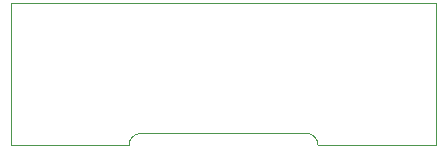
<source format=gbr>
%TF.GenerationSoftware,KiCad,Pcbnew,8.0.6*%
%TF.CreationDate,2025-01-21T23:53:36+01:00*%
%TF.ProjectId,HSSM-LVPCB,4853534d-2d4c-4565-9043-422e6b696361,rev?*%
%TF.SameCoordinates,Original*%
%TF.FileFunction,Profile,NP*%
%FSLAX46Y46*%
G04 Gerber Fmt 4.6, Leading zero omitted, Abs format (unit mm)*
G04 Created by KiCad (PCBNEW 8.0.6) date 2025-01-21 23:53:36*
%MOMM*%
%LPD*%
G01*
G04 APERTURE LIST*
%TA.AperFunction,Profile*%
%ADD10C,0.050000*%
%TD*%
G04 APERTURE END LIST*
D10*
X155000000Y-124000000D02*
X155000000Y-112000000D01*
X145000000Y-124000000D02*
X155000000Y-124000000D01*
X129000000Y-124000000D02*
G75*
G02*
X130000000Y-123000000I1000000J0D01*
G01*
X119000000Y-112000000D02*
X155000000Y-112000000D01*
X144000000Y-123000000D02*
G75*
G02*
X145000000Y-124000000I0J-1000000D01*
G01*
X119000000Y-124000000D02*
X119000000Y-112000000D01*
X119000000Y-124000000D02*
X129000000Y-124000000D01*
X130000000Y-123000000D02*
X144000000Y-123000000D01*
M02*

</source>
